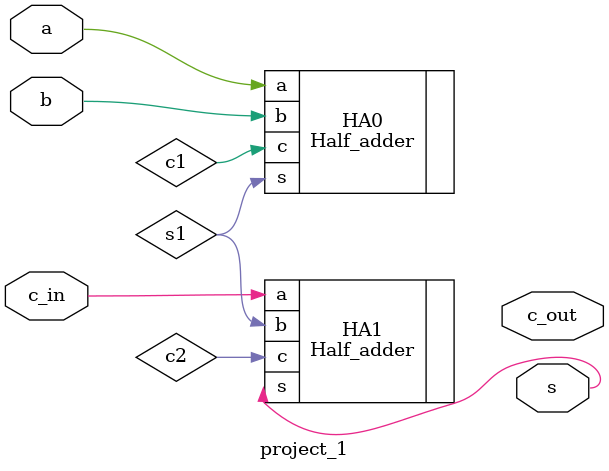
<source format=v>
`timescale 1ns / 1ps


module project_1(
    input a , b, c_in,
    output s , c_out
    );
    wire cl,s1,s2;
   Half_adder HA0 (
   .a(a),
   .b(b),
   .c(c1),
   .s(s1)
   );
   
   Half_adder HA1 (
   
   .a(c_in),
   .b(s1),
   .c(c2),
   .s(s)
   );
   

endmodule

   

</source>
